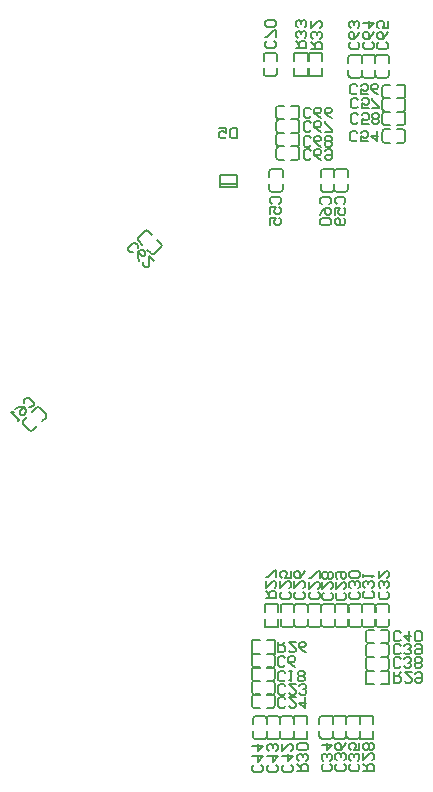
<source format=gbo>
G04*
G04 #@! TF.GenerationSoftware,Altium Limited,Altium Designer,21.1.1 (26)*
G04*
G04 Layer_Color=32896*
%FSLAX25Y25*%
%MOIN*%
G70*
G04*
G04 #@! TF.SameCoordinates,FB3CC9E6-9328-4A98-A2C4-C3437A6BD050*
G04*
G04*
G04 #@! TF.FilePolarity,Positive*
G04*
G01*
G75*
%ADD10C,0.00787*%
%ADD20C,0.00700*%
D10*
X252736Y41028D02*
G03*
X253602Y40161I866J0D01*
G01*
X256398D02*
G03*
X257264Y41028I0J866D01*
G01*
X253602Y47839D02*
G03*
X252736Y46972I0J-866D01*
G01*
X257264D02*
G03*
X256398Y47839I-866J0D01*
G01*
X261736Y41028D02*
G03*
X262602Y40161I866J0D01*
G01*
X265398D02*
G03*
X266264Y41028I0J866D01*
G01*
X262602Y47839D02*
G03*
X261736Y46972I0J-866D01*
G01*
X266264D02*
G03*
X265398Y47839I-866J0D01*
G01*
X257236Y41028D02*
G03*
X258102Y40161I866J0D01*
G01*
X260898D02*
G03*
X261764Y41028I0J866D01*
G01*
X258102Y47839D02*
G03*
X257236Y46972I0J-866D01*
G01*
X261764D02*
G03*
X260898Y47839I-866J0D01*
G01*
X297172Y67536D02*
G03*
X298039Y68402I0J866D01*
G01*
Y71198D02*
G03*
X297172Y72064I-866J0D01*
G01*
X290361Y68402D02*
G03*
X291228Y67536I866J0D01*
G01*
Y72064D02*
G03*
X290361Y71198I0J-866D01*
G01*
X297172Y72136D02*
G03*
X298039Y73002I0J866D01*
G01*
Y75798D02*
G03*
X297172Y76664I-866J0D01*
G01*
X290361Y73002D02*
G03*
X291228Y72136I866J0D01*
G01*
Y76664D02*
G03*
X290361Y75798I0J-866D01*
G01*
X297172Y63036D02*
G03*
X298039Y63902I0J866D01*
G01*
Y66698D02*
G03*
X297172Y67564I-866J0D01*
G01*
X290361Y63902D02*
G03*
X291228Y63036I866J0D01*
G01*
Y67564D02*
G03*
X290361Y66698I0J-866D01*
G01*
X298064Y84372D02*
G03*
X297198Y85239I-866J0D01*
G01*
X294402D02*
G03*
X293536Y84372I0J-866D01*
G01*
X297198Y77561D02*
G03*
X298064Y78428I0J866D01*
G01*
X293536D02*
G03*
X294402Y77561I866J0D01*
G01*
X293564Y84372D02*
G03*
X292698Y85239I-866J0D01*
G01*
X289902D02*
G03*
X289036Y84372I0J-866D01*
G01*
X292698Y77561D02*
G03*
X293564Y78428I0J866D01*
G01*
X289036D02*
G03*
X289902Y77561I866J0D01*
G01*
X289064Y84372D02*
G03*
X288198Y85239I-866J0D01*
G01*
X285402D02*
G03*
X284536Y84372I0J-866D01*
G01*
X288198Y77561D02*
G03*
X289064Y78428I0J866D01*
G01*
X284536D02*
G03*
X285402Y77561I866J0D01*
G01*
X284564Y84372D02*
G03*
X283698Y85239I-866J0D01*
G01*
X280902D02*
G03*
X280036Y84372I0J-866D01*
G01*
X283698Y77561D02*
G03*
X284564Y78428I0J866D01*
G01*
X280036D02*
G03*
X280902Y77561I866J0D01*
G01*
X280064Y84372D02*
G03*
X279198Y85239I-866J0D01*
G01*
X276402D02*
G03*
X275536Y84372I0J-866D01*
G01*
X279198Y77561D02*
G03*
X280064Y78428I0J866D01*
G01*
X275536D02*
G03*
X276402Y77561I866J0D01*
G01*
X275464Y84372D02*
G03*
X274598Y85239I-866J0D01*
G01*
X271802D02*
G03*
X270936Y84372I0J-866D01*
G01*
X274598Y77561D02*
G03*
X275464Y78428I0J866D01*
G01*
X270936D02*
G03*
X271802Y77561I866J0D01*
G01*
X270964Y84372D02*
G03*
X270098Y85239I-866J0D01*
G01*
X267302D02*
G03*
X266436Y84372I0J-866D01*
G01*
X270098Y77561D02*
G03*
X270964Y78428I0J866D01*
G01*
X266436D02*
G03*
X267302Y77561I866J0D01*
G01*
X266464Y84372D02*
G03*
X265598Y85239I-866J0D01*
G01*
X262802D02*
G03*
X261936Y84372I0J-866D01*
G01*
X265598Y77561D02*
G03*
X266464Y78428I0J866D01*
G01*
X261936D02*
G03*
X262802Y77561I866J0D01*
G01*
X253228Y55064D02*
G03*
X252361Y54198I0J-866D01*
G01*
Y51402D02*
G03*
X253228Y50536I866J0D01*
G01*
X260039Y54198D02*
G03*
X259172Y55064I-866J0D01*
G01*
Y50536D02*
G03*
X260039Y51402I0J866D01*
G01*
X253228Y59564D02*
G03*
X252361Y58698I0J-866D01*
G01*
Y55902D02*
G03*
X253228Y55036I866J0D01*
G01*
X260039Y58698D02*
G03*
X259172Y59564I-866J0D01*
G01*
Y55036D02*
G03*
X260039Y55902I0J866D01*
G01*
X253201Y64064D02*
G03*
X252335Y63198I0J-866D01*
G01*
Y60402D02*
G03*
X253201Y59536I866J0D01*
G01*
X260012Y63198D02*
G03*
X259146Y64064I-866J0D01*
G01*
Y59536D02*
G03*
X260012Y60402I0J866D01*
G01*
X253228Y68564D02*
G03*
X252361Y67698I0J-866D01*
G01*
Y64902D02*
G03*
X253228Y64036I866J0D01*
G01*
X260039Y67698D02*
G03*
X259172Y68564I-866J0D01*
G01*
Y64036D02*
G03*
X260039Y64902I0J866D01*
G01*
X274836Y41228D02*
G03*
X275702Y40361I866J0D01*
G01*
X278498D02*
G03*
X279364Y41228I0J866D01*
G01*
X275702Y48039D02*
G03*
X274836Y47172I0J-866D01*
G01*
X279364D02*
G03*
X278498Y48039I-866J0D01*
G01*
X279336Y41228D02*
G03*
X280202Y40361I866J0D01*
G01*
X282998D02*
G03*
X283864Y41228I0J866D01*
G01*
X280202Y48039D02*
G03*
X279336Y47172I0J-866D01*
G01*
X283864D02*
G03*
X282998Y48039I-866J0D01*
G01*
X283836Y41228D02*
G03*
X284702Y40361I866J0D01*
G01*
X287498D02*
G03*
X288364Y41228I0J866D01*
G01*
X284702Y48039D02*
G03*
X283836Y47172I0J-866D01*
G01*
X288364D02*
G03*
X287498Y48039I-866J0D01*
G01*
X183586Y147377D02*
G03*
X183586Y148602I-612J612D01*
G01*
X181609Y150578D02*
G03*
X180384Y150578I-612J-612D01*
G01*
X178157Y143173D02*
G03*
X179382Y143173I612J612D01*
G01*
X176181Y146375D02*
G03*
X176181Y145150I612J-612D01*
G01*
X218801Y202097D02*
G03*
X220026Y202097I612J612D01*
G01*
X222003Y204074D02*
G03*
X222003Y205299I-612J612D01*
G01*
X214597Y207526D02*
G03*
X214597Y206301I612J-612D01*
G01*
X217799Y209503D02*
G03*
X216574Y209503I-612J-612D01*
G01*
X258136Y223550D02*
G03*
X259002Y222683I866J0D01*
G01*
X261798D02*
G03*
X262664Y223550I0J866D01*
G01*
X259002Y230361D02*
G03*
X258136Y229494I0J-866D01*
G01*
X262664D02*
G03*
X261798Y230361I-866J0D01*
G01*
X279836Y223528D02*
G03*
X280702Y222661I866J0D01*
G01*
X283498D02*
G03*
X284364Y223528I0J866D01*
G01*
X280702Y230339D02*
G03*
X279836Y229472I0J-866D01*
G01*
X284364D02*
G03*
X283498Y230339I-866J0D01*
G01*
X275336Y223528D02*
G03*
X276202Y222661I866J0D01*
G01*
X278998D02*
G03*
X279864Y223528I0J866D01*
G01*
X276202Y230339D02*
G03*
X275336Y229472I0J-866D01*
G01*
X279864D02*
G03*
X278998Y230339I-866J0D01*
G01*
X261401Y237764D02*
G03*
X260535Y236898I0J-866D01*
G01*
Y234102D02*
G03*
X261401Y233236I866J0D01*
G01*
X268212Y236898D02*
G03*
X267346Y237764I-866J0D01*
G01*
Y233236D02*
G03*
X268212Y234102I0J866D01*
G01*
X261401Y242264D02*
G03*
X260535Y241398I0J-866D01*
G01*
Y238602D02*
G03*
X261401Y237736I866J0D01*
G01*
X268212Y241398D02*
G03*
X267346Y242264I-866J0D01*
G01*
Y237736D02*
G03*
X268212Y238602I0J866D01*
G01*
X261401Y246764D02*
G03*
X260535Y245898I0J-866D01*
G01*
Y243102D02*
G03*
X261401Y242236I866J0D01*
G01*
X268212Y245898D02*
G03*
X267346Y246764I-866J0D01*
G01*
Y242236D02*
G03*
X268212Y243102I0J866D01*
G01*
X261328Y251364D02*
G03*
X260461Y250498I0J-866D01*
G01*
Y247702D02*
G03*
X261328Y246836I866J0D01*
G01*
X268139Y250498D02*
G03*
X267272Y251364I-866J0D01*
G01*
Y246836D02*
G03*
X268139Y247702I0J866D01*
G01*
X260764Y268072D02*
G03*
X259898Y268939I-866J0D01*
G01*
X257102D02*
G03*
X256236Y268072I0J-866D01*
G01*
X259898Y261261D02*
G03*
X260764Y262128I0J866D01*
G01*
X256236D02*
G03*
X257102Y261261I866J0D01*
G01*
X289064Y267472D02*
G03*
X288198Y268339I-866J0D01*
G01*
X285402D02*
G03*
X284536Y267472I0J-866D01*
G01*
X288198Y260661D02*
G03*
X289064Y261528I0J866D01*
G01*
X284536D02*
G03*
X285402Y260661I866J0D01*
G01*
X298058Y267446D02*
G03*
X297192Y268312I-866J0D01*
G01*
X294397D02*
G03*
X293531Y267446I0J-866D01*
G01*
X297192Y260635D02*
G03*
X298058Y261501I0J866D01*
G01*
X293531D02*
G03*
X294397Y260635I866J0D01*
G01*
X293558Y267446D02*
G03*
X292692Y268312I-866J0D01*
G01*
X289897D02*
G03*
X289031Y267446I0J-866D01*
G01*
X292692Y260635D02*
G03*
X293558Y261501I0J866D01*
G01*
X289031D02*
G03*
X289897Y260635I866J0D01*
G01*
X302672Y253836D02*
G03*
X303539Y254702I0J866D01*
G01*
Y257498D02*
G03*
X302672Y258364I-866J0D01*
G01*
X295861Y254702D02*
G03*
X296728Y253836I866J0D01*
G01*
Y258364D02*
G03*
X295861Y257498I0J-866D01*
G01*
X302672Y249336D02*
G03*
X303539Y250202I0J866D01*
G01*
Y252998D02*
G03*
X302672Y253864I-866J0D01*
G01*
X295861Y250202D02*
G03*
X296728Y249336I866J0D01*
G01*
Y253864D02*
G03*
X295861Y252998I0J-866D01*
G01*
X302672Y244836D02*
G03*
X303539Y245702I0J866D01*
G01*
Y248498D02*
G03*
X302672Y249364I-866J0D01*
G01*
X295861Y245702D02*
G03*
X296728Y244836I866J0D01*
G01*
Y249364D02*
G03*
X295861Y248498I0J-866D01*
G01*
X302672Y238936D02*
G03*
X303539Y239802I0J866D01*
G01*
Y242598D02*
G03*
X302672Y243464I-866J0D01*
G01*
X295861Y239802D02*
G03*
X296728Y238936I866J0D01*
G01*
Y243464D02*
G03*
X295861Y242598I0J-866D01*
G01*
X241782Y225313D02*
X247294D01*
X241782Y224131D02*
X247294D01*
X241782Y228068D02*
X247294D01*
X241782Y224131D02*
Y228068D01*
X247294Y224131D02*
Y228068D01*
X253602Y40161D02*
X256398D01*
X252736Y41047D02*
Y42819D01*
X257264Y41047D02*
Y42819D01*
X252736Y45181D02*
Y46953D01*
X257264Y45181D02*
Y46953D01*
X253602Y47839D02*
X256398D01*
X262602Y40161D02*
X265398D01*
X261736Y41047D02*
Y42819D01*
X266264Y41047D02*
Y42819D01*
X261736Y45181D02*
Y46953D01*
X266264Y45181D02*
Y46953D01*
X262602Y47839D02*
X265398D01*
X258102Y40161D02*
X260898D01*
X257236Y41047D02*
Y42819D01*
X261764Y41047D02*
Y42819D01*
X257236Y45181D02*
Y46953D01*
X261764Y45181D02*
Y46953D01*
X258102Y47839D02*
X260898D01*
X266236Y40161D02*
X270764D01*
X266236Y47839D02*
X270764D01*
Y40161D02*
Y42819D01*
Y45181D02*
Y47839D01*
X266236Y40161D02*
Y42819D01*
Y45181D02*
Y47839D01*
X298039Y68402D02*
Y71198D01*
X295381Y67536D02*
X297153D01*
X295381Y72064D02*
X297153D01*
X291247Y67536D02*
X293019D01*
X291247Y72064D02*
X293019D01*
X290361Y68402D02*
Y71198D01*
X298039Y73002D02*
Y75798D01*
X295381Y72136D02*
X297153D01*
X295381Y76664D02*
X297153D01*
X291247Y72136D02*
X293019D01*
X291247Y76664D02*
X293019D01*
X290361Y73002D02*
Y75798D01*
X298039Y63902D02*
Y66698D01*
X295381Y63036D02*
X297153D01*
X295381Y67564D02*
X297153D01*
X291247Y63036D02*
X293019D01*
X291247Y67564D02*
X293019D01*
X290361Y63902D02*
Y66698D01*
X298039Y58436D02*
Y62964D01*
X290361Y58436D02*
Y62964D01*
X295381D02*
X298039D01*
X290361D02*
X293019D01*
X295381Y58436D02*
X298039D01*
X290361D02*
X293019D01*
X294402Y85239D02*
X297198D01*
X298064Y82581D02*
Y84353D01*
X293536Y82581D02*
Y84353D01*
X298064Y78447D02*
Y80219D01*
X293536Y78447D02*
Y80219D01*
X294402Y77561D02*
X297198D01*
X289902Y85239D02*
X292698D01*
X293564Y82581D02*
Y84353D01*
X289036Y82581D02*
Y84353D01*
X293564Y78447D02*
Y80219D01*
X289036Y78447D02*
Y80219D01*
X289902Y77561D02*
X292698D01*
X285402Y85239D02*
X288198D01*
X289064Y82581D02*
Y84353D01*
X284536Y82581D02*
Y84353D01*
X289064Y78447D02*
Y80219D01*
X284536Y78447D02*
Y80219D01*
X285402Y77561D02*
X288198D01*
X280902Y85239D02*
X283698D01*
X284564Y82581D02*
Y84353D01*
X280036Y82581D02*
Y84353D01*
X284564Y78447D02*
Y80219D01*
X280036Y78447D02*
Y80219D01*
X280902Y77561D02*
X283698D01*
X276402Y85239D02*
X279198D01*
X280064Y82581D02*
Y84353D01*
X275536Y82581D02*
Y84353D01*
X280064Y78447D02*
Y80219D01*
X275536Y78447D02*
Y80219D01*
X276402Y77561D02*
X279198D01*
X271802Y85239D02*
X274598D01*
X275464Y82581D02*
Y84353D01*
X270936Y82581D02*
Y84353D01*
X275464Y78447D02*
Y80219D01*
X270936Y78447D02*
Y80219D01*
X271802Y77561D02*
X274598D01*
X267302Y85239D02*
X270098D01*
X270964Y82581D02*
Y84353D01*
X266436Y82581D02*
Y84353D01*
X270964Y78447D02*
Y80219D01*
X266436Y78447D02*
Y80219D01*
X267302Y77561D02*
X270098D01*
X262802Y85239D02*
X265598D01*
X266464Y82581D02*
Y84353D01*
X261936Y82581D02*
Y84353D01*
X266464Y78447D02*
Y80219D01*
X261936Y78447D02*
Y80219D01*
X262802Y77561D02*
X265598D01*
X256636Y85239D02*
X261164D01*
X256636Y77561D02*
X261164D01*
X256636Y82581D02*
Y85239D01*
Y77561D02*
Y80219D01*
X261164Y82581D02*
Y85239D01*
Y77561D02*
Y80219D01*
X252361Y51402D02*
Y54198D01*
X253247Y55064D02*
X255019D01*
X253247Y50536D02*
X255019D01*
X257381Y55064D02*
X259153D01*
X257381Y50536D02*
X259153D01*
X260039Y51402D02*
Y54198D01*
X252361Y55902D02*
Y58698D01*
X253247Y59564D02*
X255019D01*
X253247Y55036D02*
X255019D01*
X257381Y59564D02*
X259153D01*
X257381Y55036D02*
X259153D01*
X260039Y55902D02*
Y58698D01*
X252335Y60402D02*
Y63198D01*
X253221Y64064D02*
X254992D01*
X253220Y59536D02*
X254992D01*
X257354Y64064D02*
X259126D01*
X257354Y59536D02*
X259126D01*
X260012Y60402D02*
Y63198D01*
X252361Y64902D02*
Y67698D01*
X253247Y68564D02*
X255019D01*
X253247Y64036D02*
X255019D01*
X257381Y68564D02*
X259153D01*
X257381Y64036D02*
X259153D01*
X260039Y64902D02*
Y67698D01*
X252361Y68536D02*
Y73064D01*
X260039Y68536D02*
Y73064D01*
X252361Y68536D02*
X255019D01*
X257381D02*
X260039D01*
X252361Y73064D02*
X255019D01*
X257381D02*
X260039D01*
X275702Y40361D02*
X278498D01*
X274836Y41247D02*
Y43019D01*
X279364Y41247D02*
Y43019D01*
X274836Y45381D02*
Y47153D01*
X279364Y45381D02*
Y47153D01*
X275702Y48039D02*
X278498D01*
X280202Y40361D02*
X282998D01*
X279336Y41247D02*
Y43019D01*
X283864Y41247D02*
Y43019D01*
X279336Y45381D02*
Y47153D01*
X283864Y45381D02*
Y47153D01*
X280202Y48039D02*
X282998D01*
X284702Y40361D02*
X287498D01*
X283836Y41247D02*
Y43019D01*
X288364Y41247D02*
Y43019D01*
X283836Y45381D02*
Y47153D01*
X288364Y45381D02*
Y47153D01*
X284702Y48039D02*
X287498D01*
X288336Y40361D02*
X292864D01*
X288336Y48039D02*
X292864D01*
Y40361D02*
Y43019D01*
Y45381D02*
Y48039D01*
X288336Y40361D02*
Y43019D01*
Y45381D02*
Y48039D01*
X266536Y268912D02*
X271064D01*
X266536Y261235D02*
X271064D01*
X266536Y266254D02*
Y268912D01*
Y261235D02*
Y263892D01*
X271064Y266254D02*
Y268912D01*
Y261235D02*
Y263892D01*
X271236Y268912D02*
X275764D01*
X271236Y261235D02*
X275764D01*
X271236Y266254D02*
Y268912D01*
Y261235D02*
Y263892D01*
X275764Y266254D02*
Y268912D01*
Y261235D02*
Y263892D01*
X181609Y150578D02*
X183586Y148602D01*
X182319Y146110D02*
X183572Y147363D01*
X179118Y149312D02*
X180370Y150565D01*
X179396Y143187D02*
X180649Y144440D01*
X176195Y146389D02*
X177447Y147642D01*
X176181Y145150D02*
X178157Y143173D01*
X220026Y202097D02*
X222003Y204074D01*
X217534Y203364D02*
X218787Y202111D01*
X220736Y206566D02*
X221989Y205313D01*
X214611Y206287D02*
X215864Y205034D01*
X217813Y209489D02*
X219066Y208236D01*
X214597Y207526D02*
X216574Y209503D01*
X259002Y222683D02*
X261798D01*
X258136Y223569D02*
Y225341D01*
X262664Y223569D02*
Y225341D01*
X258136Y227703D02*
Y229475D01*
X262664Y227703D02*
Y229475D01*
X259002Y230361D02*
X261798D01*
X280702Y222661D02*
X283498D01*
X279836Y223547D02*
Y225319D01*
X284364Y223547D02*
Y225319D01*
X279836Y227681D02*
Y229453D01*
X284364Y227681D02*
Y229453D01*
X280702Y230339D02*
X283498D01*
X276202Y222661D02*
X278998D01*
X275336Y223547D02*
Y225319D01*
X279864Y223547D02*
Y225319D01*
X275336Y227681D02*
Y229453D01*
X279864Y227681D02*
Y229453D01*
X276202Y230339D02*
X278998D01*
X260535Y234102D02*
Y236898D01*
X261420Y237764D02*
X263192D01*
X261420Y233236D02*
X263192D01*
X265554Y237764D02*
X267326D01*
X265554Y233236D02*
X267326D01*
X268212Y234102D02*
Y236898D01*
X260535Y238602D02*
Y241398D01*
X261420Y242264D02*
X263192D01*
X261420Y237736D02*
X263192D01*
X265554Y242264D02*
X267326D01*
X265554Y237736D02*
X267326D01*
X268212Y238602D02*
Y241398D01*
X260535Y243102D02*
Y245898D01*
X261420Y246764D02*
X263192D01*
X261420Y242236D02*
X263192D01*
X265554Y246764D02*
X267326D01*
X265554Y242236D02*
X267326D01*
X268212Y243102D02*
Y245898D01*
X260461Y247702D02*
Y250498D01*
X261347Y251364D02*
X263119D01*
X261347Y246836D02*
X263119D01*
X265481Y251364D02*
X267253D01*
X265481Y246836D02*
X267253D01*
X268139Y247702D02*
Y250498D01*
X257102Y268939D02*
X259898D01*
X260764Y266281D02*
Y268053D01*
X256236Y266281D02*
Y268053D01*
X260764Y262147D02*
Y263919D01*
X256236Y262147D02*
Y263919D01*
X257102Y261261D02*
X259898D01*
X285402Y268339D02*
X288198D01*
X289064Y265681D02*
Y267453D01*
X284536Y265681D02*
Y267453D01*
X289064Y261547D02*
Y263319D01*
X284536Y261547D02*
Y263319D01*
X285402Y260661D02*
X288198D01*
X294397Y268312D02*
X297192D01*
X298058Y265654D02*
Y267426D01*
X293531Y265654D02*
Y267426D01*
X298058Y261521D02*
Y263292D01*
X293531Y261521D02*
Y263292D01*
X294397Y260635D02*
X297192D01*
X289897Y268312D02*
X292692D01*
X293558Y265654D02*
Y267426D01*
X289031Y265654D02*
Y267426D01*
X293558Y261521D02*
Y263292D01*
X289031Y261521D02*
Y263292D01*
X289897Y260635D02*
X292692D01*
X303539Y254702D02*
Y257498D01*
X300881Y253836D02*
X302653D01*
X300881Y258364D02*
X302653D01*
X296747Y253836D02*
X298519D01*
X296747Y258364D02*
X298519D01*
X295861Y254702D02*
Y257498D01*
X303539Y250202D02*
Y252998D01*
X300881Y249336D02*
X302653D01*
X300881Y253864D02*
X302653D01*
X296747Y249336D02*
X298519D01*
X296747Y253864D02*
X298519D01*
X295861Y250202D02*
Y252998D01*
X303539Y245702D02*
Y248498D01*
X300881Y244836D02*
X302653D01*
X300881Y249364D02*
X302653D01*
X296747Y244836D02*
X298519D01*
X296747Y249364D02*
X298519D01*
X295861Y245702D02*
Y248498D01*
X303539Y239802D02*
Y242598D01*
X300881Y238936D02*
X302653D01*
X300881Y243464D02*
X302653D01*
X296747Y238936D02*
X298519D01*
X296747Y243464D02*
X298519D01*
X295861Y239802D02*
Y242598D01*
D20*
X267023Y270400D02*
X270522D01*
Y272149D01*
X269939Y272733D01*
X268773D01*
X268190Y272149D01*
Y270400D01*
Y271566D02*
X267023Y272733D01*
X269939Y273899D02*
X270522Y274482D01*
Y275648D01*
X269939Y276231D01*
X269356D01*
X268773Y275648D01*
Y275065D01*
Y275648D01*
X268190Y276231D01*
X267606D01*
X267023Y275648D01*
Y274482D01*
X267606Y273899D01*
X269939Y277398D02*
X270522Y277981D01*
Y279147D01*
X269939Y279730D01*
X269356D01*
X268773Y279147D01*
Y278564D01*
Y279147D01*
X268190Y279730D01*
X267606D01*
X267023Y279147D01*
Y277981D01*
X267606Y277398D01*
X272200Y270200D02*
X275699D01*
Y271949D01*
X275116Y272533D01*
X273949D01*
X273366Y271949D01*
Y270200D01*
Y271366D02*
X272200Y272533D01*
X275116Y273699D02*
X275699Y274282D01*
Y275448D01*
X275116Y276031D01*
X274533D01*
X273949Y275448D01*
Y274865D01*
Y275448D01*
X273366Y276031D01*
X272783D01*
X272200Y275448D01*
Y274282D01*
X272783Y273699D01*
X272200Y279530D02*
Y277198D01*
X274533Y279530D01*
X275116D01*
X275699Y278947D01*
Y277781D01*
X275116Y277198D01*
X267500Y29400D02*
X270999D01*
Y31149D01*
X270416Y31733D01*
X269249D01*
X268666Y31149D01*
Y29400D01*
Y30566D02*
X267500Y31733D01*
X270416Y32899D02*
X270999Y33482D01*
Y34648D01*
X270416Y35232D01*
X269833D01*
X269249Y34648D01*
Y34065D01*
Y34648D01*
X268666Y35232D01*
X268083D01*
X267500Y34648D01*
Y33482D01*
X268083Y32899D01*
X270416Y36398D02*
X270999Y36981D01*
Y38147D01*
X270416Y38730D01*
X268083D01*
X267500Y38147D01*
Y36981D01*
X268083Y36398D01*
X270416D01*
X299800Y62400D02*
Y58901D01*
X301549D01*
X302133Y59484D01*
Y60651D01*
X301549Y61234D01*
X299800D01*
X300966D02*
X302133Y62400D01*
X305631D02*
X303299D01*
X305631Y60067D01*
Y59484D01*
X305048Y58901D01*
X303882D01*
X303299Y59484D01*
X306798Y61817D02*
X307381Y62400D01*
X308547D01*
X309130Y61817D01*
Y59484D01*
X308547Y58901D01*
X307381D01*
X306798Y59484D01*
Y60067D01*
X307381Y60651D01*
X309130D01*
X289500Y29600D02*
X292999D01*
Y31349D01*
X292416Y31933D01*
X291249D01*
X290666Y31349D01*
Y29600D01*
Y30766D02*
X289500Y31933D01*
Y35432D02*
Y33099D01*
X291833Y35432D01*
X292416D01*
X292999Y34848D01*
Y33682D01*
X292416Y33099D01*
Y36598D02*
X292999Y37181D01*
Y38347D01*
X292416Y38930D01*
X291833D01*
X291249Y38347D01*
X290666Y38930D01*
X290083D01*
X289500Y38347D01*
Y37181D01*
X290083Y36598D01*
X290666D01*
X291249Y37181D01*
X291833Y36598D01*
X292416D01*
X291249Y37181D02*
Y38347D01*
X257000Y87078D02*
X260499D01*
Y88827D01*
X259916Y89410D01*
X258749D01*
X258166Y88827D01*
Y87078D01*
Y88244D02*
X257000Y89410D01*
Y92909D02*
Y90577D01*
X259333Y92909D01*
X259916D01*
X260499Y92326D01*
Y91160D01*
X259916Y90577D01*
X260499Y94076D02*
Y96408D01*
X259916D01*
X257583Y94076D01*
X257000D01*
X261100Y72600D02*
Y69101D01*
X262849D01*
X263433Y69684D01*
Y70851D01*
X262849Y71434D01*
X261100D01*
X262266D02*
X263433Y72600D01*
X266931D02*
X264599D01*
X266931Y70267D01*
Y69684D01*
X266348Y69101D01*
X265182D01*
X264599Y69684D01*
X270430Y69101D02*
X269264Y69684D01*
X268098Y70851D01*
Y72017D01*
X268681Y72600D01*
X269847D01*
X270430Y72017D01*
Y71434D01*
X269847Y70851D01*
X268098D01*
X247323Y243899D02*
Y240400D01*
X245573D01*
X244990Y240983D01*
Y243316D01*
X245573Y243899D01*
X247323D01*
X241491D02*
X243824D01*
Y242149D01*
X242658Y242733D01*
X242074D01*
X241491Y242149D01*
Y240983D01*
X242074Y240400D01*
X243241D01*
X243824Y240983D01*
X259771Y272933D02*
X260355Y272349D01*
Y271183D01*
X259771Y270600D01*
X257439D01*
X256856Y271183D01*
Y272349D01*
X257439Y272933D01*
X260355Y274099D02*
Y276431D01*
X259771D01*
X257439Y274099D01*
X256856D01*
X259771Y277598D02*
X260355Y278181D01*
Y279347D01*
X259771Y279930D01*
X257439D01*
X256856Y279347D01*
Y278181D01*
X257439Y277598D01*
X259771D01*
X272033Y233884D02*
X271449Y233301D01*
X270283D01*
X269700Y233884D01*
Y236217D01*
X270283Y236800D01*
X271449D01*
X272033Y236217D01*
X275531Y233301D02*
X274365Y233884D01*
X273199Y235051D01*
Y236217D01*
X273782Y236800D01*
X274948D01*
X275531Y236217D01*
Y235634D01*
X274948Y235051D01*
X273199D01*
X276698Y236217D02*
X277281Y236800D01*
X278447D01*
X279030Y236217D01*
Y233884D01*
X278447Y233301D01*
X277281D01*
X276698Y233884D01*
Y234467D01*
X277281Y235051D01*
X279030D01*
X271933Y238284D02*
X271349Y237701D01*
X270183D01*
X269600Y238284D01*
Y240617D01*
X270183Y241200D01*
X271349D01*
X271933Y240617D01*
X275431Y237701D02*
X274265Y238284D01*
X273099Y239451D01*
Y240617D01*
X273682Y241200D01*
X274848D01*
X275431Y240617D01*
Y240034D01*
X274848Y239451D01*
X273099D01*
X276598Y238284D02*
X277181Y237701D01*
X278347D01*
X278930Y238284D01*
Y238867D01*
X278347Y239451D01*
X278930Y240034D01*
Y240617D01*
X278347Y241200D01*
X277181D01*
X276598Y240617D01*
Y240034D01*
X277181Y239451D01*
X276598Y238867D01*
Y238284D01*
X277181Y239451D02*
X278347D01*
X272033Y243184D02*
X271449Y242601D01*
X270283D01*
X269700Y243184D01*
Y245517D01*
X270283Y246100D01*
X271449D01*
X272033Y245517D01*
X275531Y242601D02*
X274365Y243184D01*
X273199Y244351D01*
Y245517D01*
X273782Y246100D01*
X274948D01*
X275531Y245517D01*
Y244934D01*
X274948Y244351D01*
X273199D01*
X276698Y242601D02*
X279030D01*
Y243184D01*
X276698Y245517D01*
Y246100D01*
X272033Y247784D02*
X271449Y247201D01*
X270283D01*
X269700Y247784D01*
Y250117D01*
X270283Y250700D01*
X271449D01*
X272033Y250117D01*
X275531Y247201D02*
X274365Y247784D01*
X273199Y248951D01*
Y250117D01*
X273782Y250700D01*
X274948D01*
X275531Y250117D01*
Y249534D01*
X274948Y248951D01*
X273199D01*
X279030Y247201D02*
X277864Y247784D01*
X276698Y248951D01*
Y250117D01*
X277281Y250700D01*
X278447D01*
X279030Y250117D01*
Y249534D01*
X278447Y248951D01*
X276698D01*
X297116Y272433D02*
X297699Y271849D01*
Y270683D01*
X297116Y270100D01*
X294783D01*
X294200Y270683D01*
Y271849D01*
X294783Y272433D01*
X297699Y275931D02*
X297116Y274765D01*
X295949Y273599D01*
X294783D01*
X294200Y274182D01*
Y275348D01*
X294783Y275931D01*
X295366D01*
X295949Y275348D01*
Y273599D01*
X297699Y279430D02*
Y277098D01*
X295949D01*
X296533Y278264D01*
Y278847D01*
X295949Y279430D01*
X294783D01*
X294200Y278847D01*
Y277681D01*
X294783Y277098D01*
X292416Y272533D02*
X292999Y271949D01*
Y270783D01*
X292416Y270200D01*
X290083D01*
X289500Y270783D01*
Y271949D01*
X290083Y272533D01*
X292999Y276031D02*
X292416Y274865D01*
X291249Y273699D01*
X290083D01*
X289500Y274282D01*
Y275448D01*
X290083Y276031D01*
X290666D01*
X291249Y275448D01*
Y273699D01*
X289500Y278947D02*
X292999D01*
X291249Y277198D01*
Y279530D01*
X287616Y272533D02*
X288199Y271949D01*
Y270783D01*
X287616Y270200D01*
X285283D01*
X284700Y270783D01*
Y271949D01*
X285283Y272533D01*
X288199Y276031D02*
X287616Y274865D01*
X286449Y273699D01*
X285283D01*
X284700Y274282D01*
Y275448D01*
X285283Y276031D01*
X285866D01*
X286449Y275448D01*
Y273699D01*
X287616Y277198D02*
X288199Y277781D01*
Y278947D01*
X287616Y279530D01*
X287033D01*
X286449Y278947D01*
Y278364D01*
Y278947D01*
X285866Y279530D01*
X285283D01*
X284700Y278947D01*
Y277781D01*
X285283Y277198D01*
X212691Y202408D02*
X211867D01*
X211042Y203233D01*
Y204057D01*
X212691Y205707D01*
X213516D01*
X214341Y204882D01*
X214341Y204057D01*
X214753Y199522D02*
X214341Y200759D01*
Y202408D01*
X215165Y203233D01*
X215990D01*
X216815Y202408D01*
X216815Y201583D01*
X216402Y201171D01*
X215578Y201171D01*
X214341Y202408D01*
X219701Y199522D02*
X218052Y201171D01*
Y197872D01*
X217639Y197460D01*
X216815D01*
X215990Y198284D01*
Y199109D01*
X176313Y152379D02*
Y153204D01*
X177138Y154029D01*
X177963D01*
X179612Y152379D01*
Y151555D01*
X178788Y150730D01*
X177963Y150730D01*
X173427Y150318D02*
X174664Y150730D01*
X176313D01*
X177138Y149905D01*
Y149081D01*
X176313Y148256D01*
X175489Y148256D01*
X175076Y148668D01*
X175076Y149493D01*
X176313Y150730D01*
X175076Y147019D02*
X174252Y146194D01*
X174664Y146607D01*
X172190Y149081D01*
X173015D01*
X275702Y218410D02*
X275119Y218993D01*
Y220160D01*
X275702Y220743D01*
X278034D01*
X278618Y220160D01*
Y218993D01*
X278034Y218410D01*
X275119Y214911D02*
X275702Y216077D01*
X276868Y217244D01*
X278034D01*
X278618Y216661D01*
Y215494D01*
X278034Y214911D01*
X277451D01*
X276868Y215494D01*
Y217244D01*
X275702Y213745D02*
X275119Y213162D01*
Y211996D01*
X275702Y211412D01*
X278034D01*
X278618Y211996D01*
Y213162D01*
X278034Y213745D01*
X275702D01*
X280602Y218510D02*
X280019Y219093D01*
Y220259D01*
X280602Y220843D01*
X282934D01*
X283518Y220259D01*
Y219093D01*
X282934Y218510D01*
X280019Y215011D02*
Y217344D01*
X281768D01*
X281185Y216178D01*
Y215594D01*
X281768Y215011D01*
X282934D01*
X283518Y215594D01*
Y216761D01*
X282934Y217344D01*
Y213845D02*
X283518Y213262D01*
Y212095D01*
X282934Y211512D01*
X280602D01*
X280019Y212095D01*
Y213262D01*
X280602Y213845D01*
X281185D01*
X281768Y213262D01*
Y211512D01*
X287733Y245884D02*
X287149Y245301D01*
X285983D01*
X285400Y245884D01*
Y248217D01*
X285983Y248800D01*
X287149D01*
X287733Y248217D01*
X291231Y245301D02*
X288899D01*
Y247051D01*
X290065Y246467D01*
X290648D01*
X291231Y247051D01*
Y248217D01*
X290648Y248800D01*
X289482D01*
X288899Y248217D01*
X292398Y245884D02*
X292981Y245301D01*
X294147D01*
X294730Y245884D01*
Y246467D01*
X294147Y247051D01*
X294730Y247634D01*
Y248217D01*
X294147Y248800D01*
X292981D01*
X292398Y248217D01*
Y247634D01*
X292981Y247051D01*
X292398Y246467D01*
Y245884D01*
X292981Y247051D02*
X294147D01*
X287733Y250984D02*
X287149Y250401D01*
X285983D01*
X285400Y250984D01*
Y253317D01*
X285983Y253900D01*
X287149D01*
X287733Y253317D01*
X291231Y250401D02*
X288899D01*
Y252151D01*
X290065Y251567D01*
X290648D01*
X291231Y252151D01*
Y253317D01*
X290648Y253900D01*
X289482D01*
X288899Y253317D01*
X292398Y250401D02*
X294730D01*
Y250984D01*
X292398Y253317D01*
Y253900D01*
X287533Y255684D02*
X286949Y255101D01*
X285783D01*
X285200Y255684D01*
Y258017D01*
X285783Y258600D01*
X286949D01*
X287533Y258017D01*
X291031Y255101D02*
X288699D01*
Y256851D01*
X289865Y256267D01*
X290448D01*
X291031Y256851D01*
Y258017D01*
X290448Y258600D01*
X289282D01*
X288699Y258017D01*
X294530Y255101D02*
X293364Y255684D01*
X292198Y256851D01*
Y258017D01*
X292781Y258600D01*
X293947D01*
X294530Y258017D01*
Y257434D01*
X293947Y256851D01*
X292198D01*
X259065Y218667D02*
X258482Y219251D01*
Y220417D01*
X259065Y221000D01*
X261397D01*
X261981Y220417D01*
Y219251D01*
X261397Y218667D01*
X258482Y215169D02*
Y217501D01*
X260231D01*
X259648Y216335D01*
Y215752D01*
X260231Y215169D01*
X261397D01*
X261981Y215752D01*
Y216918D01*
X261397Y217501D01*
X258482Y211670D02*
Y214002D01*
X260231D01*
X259648Y212836D01*
Y212253D01*
X260231Y211670D01*
X261397D01*
X261981Y212253D01*
Y213419D01*
X261397Y214002D01*
X287533Y239984D02*
X286949Y239401D01*
X285783D01*
X285200Y239984D01*
Y242317D01*
X285783Y242900D01*
X286949D01*
X287533Y242317D01*
X291031Y239401D02*
X288699D01*
Y241151D01*
X289865Y240567D01*
X290448D01*
X291031Y241151D01*
Y242317D01*
X290448Y242900D01*
X289282D01*
X288699Y242317D01*
X293947Y242900D02*
Y239401D01*
X292198Y241151D01*
X294530D01*
X255416Y31533D02*
X255999Y30949D01*
Y29783D01*
X255416Y29200D01*
X253083D01*
X252500Y29783D01*
Y30949D01*
X253083Y31533D01*
X252500Y34448D02*
X255999D01*
X254249Y32699D01*
Y35032D01*
X252500Y37947D02*
X255999D01*
X254249Y36198D01*
Y38530D01*
X260416Y31533D02*
X260999Y30949D01*
Y29783D01*
X260416Y29200D01*
X258083D01*
X257500Y29783D01*
Y30949D01*
X258083Y31533D01*
X257500Y34448D02*
X260999D01*
X259249Y32699D01*
Y35032D01*
X260416Y36198D02*
X260999Y36781D01*
Y37947D01*
X260416Y38530D01*
X259833D01*
X259249Y37947D01*
Y37364D01*
Y37947D01*
X258666Y38530D01*
X258083D01*
X257500Y37947D01*
Y36781D01*
X258083Y36198D01*
X265416Y31633D02*
X265999Y31049D01*
Y29883D01*
X265416Y29300D01*
X263083D01*
X262500Y29883D01*
Y31049D01*
X263083Y31633D01*
X262500Y34548D02*
X265999D01*
X264249Y32799D01*
Y35131D01*
X262500Y38630D02*
Y36298D01*
X264833Y38630D01*
X265416D01*
X265999Y38047D01*
Y36881D01*
X265416Y36298D01*
X301933Y73384D02*
X301349Y72801D01*
X300183D01*
X299600Y73384D01*
Y75717D01*
X300183Y76300D01*
X301349D01*
X301933Y75717D01*
X304848Y76300D02*
Y72801D01*
X303099Y74551D01*
X305431D01*
X306598Y73384D02*
X307181Y72801D01*
X308347D01*
X308930Y73384D01*
Y75717D01*
X308347Y76300D01*
X307181D01*
X306598Y75717D01*
Y73384D01*
X301933Y68984D02*
X301349Y68401D01*
X300183D01*
X299600Y68984D01*
Y71317D01*
X300183Y71900D01*
X301349D01*
X301933Y71317D01*
X303099Y68984D02*
X303682Y68401D01*
X304848D01*
X305431Y68984D01*
Y69567D01*
X304848Y70151D01*
X304265D01*
X304848D01*
X305431Y70734D01*
Y71317D01*
X304848Y71900D01*
X303682D01*
X303099Y71317D01*
X306598D02*
X307181Y71900D01*
X308347D01*
X308930Y71317D01*
Y68984D01*
X308347Y68401D01*
X307181D01*
X306598Y68984D01*
Y69567D01*
X307181Y70151D01*
X308930D01*
X301933Y64484D02*
X301349Y63901D01*
X300183D01*
X299600Y64484D01*
Y66817D01*
X300183Y67400D01*
X301349D01*
X301933Y66817D01*
X303099Y64484D02*
X303682Y63901D01*
X304848D01*
X305431Y64484D01*
Y65067D01*
X304848Y65651D01*
X304265D01*
X304848D01*
X305431Y66234D01*
Y66817D01*
X304848Y67400D01*
X303682D01*
X303099Y66817D01*
X306598Y64484D02*
X307181Y63901D01*
X308347D01*
X308930Y64484D01*
Y65067D01*
X308347Y65651D01*
X308930Y66234D01*
Y66817D01*
X308347Y67400D01*
X307181D01*
X306598Y66817D01*
Y66234D01*
X307181Y65651D01*
X306598Y65067D01*
Y64484D01*
X307181Y65651D02*
X308347D01*
X283116Y31933D02*
X283699Y31349D01*
Y30183D01*
X283116Y29600D01*
X280783D01*
X280200Y30183D01*
Y31349D01*
X280783Y31933D01*
X283116Y33099D02*
X283699Y33682D01*
Y34848D01*
X283116Y35432D01*
X282533D01*
X281949Y34848D01*
Y34265D01*
Y34848D01*
X281366Y35432D01*
X280783D01*
X280200Y34848D01*
Y33682D01*
X280783Y33099D01*
X283699Y38930D02*
X283116Y37764D01*
X281949Y36598D01*
X280783D01*
X280200Y37181D01*
Y38347D01*
X280783Y38930D01*
X281366D01*
X281949Y38347D01*
Y36598D01*
X287616Y31833D02*
X288199Y31249D01*
Y30083D01*
X287616Y29500D01*
X285283D01*
X284700Y30083D01*
Y31249D01*
X285283Y31833D01*
X287616Y32999D02*
X288199Y33582D01*
Y34748D01*
X287616Y35331D01*
X287033D01*
X286449Y34748D01*
Y34165D01*
Y34748D01*
X285866Y35331D01*
X285283D01*
X284700Y34748D01*
Y33582D01*
X285283Y32999D01*
X288199Y38830D02*
Y36498D01*
X286449D01*
X287033Y37664D01*
Y38247D01*
X286449Y38830D01*
X285283D01*
X284700Y38247D01*
Y37081D01*
X285283Y36498D01*
X278516Y31833D02*
X279099Y31249D01*
Y30083D01*
X278516Y29500D01*
X276183D01*
X275600Y30083D01*
Y31249D01*
X276183Y31833D01*
X278516Y32999D02*
X279099Y33582D01*
Y34748D01*
X278516Y35331D01*
X277933D01*
X277349Y34748D01*
Y34165D01*
Y34748D01*
X276766Y35331D01*
X276183D01*
X275600Y34748D01*
Y33582D01*
X276183Y32999D01*
X275600Y38247D02*
X279099D01*
X277349Y36498D01*
Y38830D01*
X297516Y89333D02*
X298099Y88749D01*
Y87583D01*
X297516Y87000D01*
X295183D01*
X294600Y87583D01*
Y88749D01*
X295183Y89333D01*
X297516Y90499D02*
X298099Y91082D01*
Y92248D01*
X297516Y92831D01*
X296933D01*
X296349Y92248D01*
Y91665D01*
Y92248D01*
X295766Y92831D01*
X295183D01*
X294600Y92248D01*
Y91082D01*
X295183Y90499D01*
X294600Y96330D02*
Y93998D01*
X296933Y96330D01*
X297516D01*
X298099Y95747D01*
Y94581D01*
X297516Y93998D01*
X292316Y89433D02*
X292899Y88849D01*
Y87683D01*
X292316Y87100D01*
X289983D01*
X289400Y87683D01*
Y88849D01*
X289983Y89433D01*
X292316Y90599D02*
X292899Y91182D01*
Y92348D01*
X292316Y92931D01*
X291733D01*
X291149Y92348D01*
Y91765D01*
Y92348D01*
X290566Y92931D01*
X289983D01*
X289400Y92348D01*
Y91182D01*
X289983Y90599D01*
X289400Y94098D02*
Y95264D01*
Y94681D01*
X292899D01*
X292316Y94098D01*
X287751Y89233D02*
X288334Y88649D01*
Y87483D01*
X287751Y86900D01*
X285418D01*
X284835Y87483D01*
Y88649D01*
X285418Y89233D01*
X287751Y90399D02*
X288334Y90982D01*
Y92148D01*
X287751Y92731D01*
X287168D01*
X286584Y92148D01*
Y91565D01*
Y92148D01*
X286001Y92731D01*
X285418D01*
X284835Y92148D01*
Y90982D01*
X285418Y90399D01*
X287751Y93898D02*
X288334Y94481D01*
Y95647D01*
X287751Y96230D01*
X285418D01*
X284835Y95647D01*
Y94481D01*
X285418Y93898D01*
X287751D01*
X283151Y89033D02*
X283734Y88449D01*
Y87283D01*
X283151Y86700D01*
X280818D01*
X280235Y87283D01*
Y88449D01*
X280818Y89033D01*
X280235Y92531D02*
Y90199D01*
X282568Y92531D01*
X283151D01*
X283734Y91948D01*
Y90782D01*
X283151Y90199D01*
X280818Y93698D02*
X280235Y94281D01*
Y95447D01*
X280818Y96030D01*
X283151D01*
X283734Y95447D01*
Y94281D01*
X283151Y93698D01*
X282568D01*
X281984Y94281D01*
Y96030D01*
X278751Y89033D02*
X279334Y88449D01*
Y87283D01*
X278751Y86700D01*
X276418D01*
X275835Y87283D01*
Y88449D01*
X276418Y89033D01*
X275835Y92531D02*
Y90199D01*
X278168Y92531D01*
X278751D01*
X279334Y91948D01*
Y90782D01*
X278751Y90199D01*
Y93698D02*
X279334Y94281D01*
Y95447D01*
X278751Y96030D01*
X278168D01*
X277585Y95447D01*
X277001Y96030D01*
X276418D01*
X275835Y95447D01*
Y94281D01*
X276418Y93698D01*
X277001D01*
X277585Y94281D01*
X278168Y93698D01*
X278751D01*
X277585Y94281D02*
Y95447D01*
X274316Y89210D02*
X274899Y88627D01*
Y87461D01*
X274316Y86878D01*
X271983D01*
X271400Y87461D01*
Y88627D01*
X271983Y89210D01*
X271400Y92709D02*
Y90377D01*
X273733Y92709D01*
X274316D01*
X274899Y92126D01*
Y90960D01*
X274316Y90377D01*
X274899Y93876D02*
Y96208D01*
X274316D01*
X271983Y93876D01*
X271400D01*
X269416Y89310D02*
X269999Y88727D01*
Y87561D01*
X269416Y86978D01*
X267083D01*
X266500Y87561D01*
Y88727D01*
X267083Y89310D01*
X266500Y92809D02*
Y90477D01*
X268833Y92809D01*
X269416D01*
X269999Y92226D01*
Y91060D01*
X269416Y90477D01*
X269999Y96308D02*
X269416Y95142D01*
X268249Y93976D01*
X267083D01*
X266500Y94559D01*
Y95725D01*
X267083Y96308D01*
X267666D01*
X268249Y95725D01*
Y93976D01*
X264716Y89310D02*
X265299Y88727D01*
Y87561D01*
X264716Y86978D01*
X262383D01*
X261800Y87561D01*
Y88727D01*
X262383Y89310D01*
X261800Y92809D02*
Y90477D01*
X264133Y92809D01*
X264716D01*
X265299Y92226D01*
Y91060D01*
X264716Y90477D01*
X265299Y96308D02*
Y93976D01*
X263549D01*
X264133Y95142D01*
Y95725D01*
X263549Y96308D01*
X262383D01*
X261800Y95725D01*
Y94559D01*
X262383Y93976D01*
X263533Y51184D02*
X262949Y50601D01*
X261783D01*
X261200Y51184D01*
Y53517D01*
X261783Y54100D01*
X262949D01*
X263533Y53517D01*
X267031Y54100D02*
X264699D01*
X267031Y51767D01*
Y51184D01*
X266448Y50601D01*
X265282D01*
X264699Y51184D01*
X269947Y54100D02*
Y50601D01*
X268198Y52351D01*
X270530D01*
X263533Y55584D02*
X262949Y55001D01*
X261783D01*
X261200Y55584D01*
Y57917D01*
X261783Y58500D01*
X262949D01*
X263533Y57917D01*
X267031Y58500D02*
X264699D01*
X267031Y56167D01*
Y55584D01*
X266448Y55001D01*
X265282D01*
X264699Y55584D01*
X268198D02*
X268781Y55001D01*
X269947D01*
X270530Y55584D01*
Y56167D01*
X269947Y56751D01*
X269364D01*
X269947D01*
X270530Y57334D01*
Y57917D01*
X269947Y58500D01*
X268781D01*
X268198Y57917D01*
X263533Y59984D02*
X262949Y59401D01*
X261783D01*
X261200Y59984D01*
Y62317D01*
X261783Y62900D01*
X262949D01*
X263533Y62317D01*
X264699Y62900D02*
X265865D01*
X265282D01*
Y59401D01*
X264699Y59984D01*
X267615D02*
X268198Y59401D01*
X269364D01*
X269947Y59984D01*
Y60567D01*
X269364Y61151D01*
X269947Y61734D01*
Y62317D01*
X269364Y62900D01*
X268198D01*
X267615Y62317D01*
Y61734D01*
X268198Y61151D01*
X267615Y60567D01*
Y59984D01*
X268198Y61151D02*
X269364D01*
X263333Y64884D02*
X262749Y64301D01*
X261583D01*
X261000Y64884D01*
Y67217D01*
X261583Y67800D01*
X262749D01*
X263333Y67217D01*
X266831Y64301D02*
X265665Y64884D01*
X264499Y66051D01*
Y67217D01*
X265082Y67800D01*
X266248D01*
X266831Y67217D01*
Y66634D01*
X266248Y66051D01*
X264499D01*
M02*

</source>
